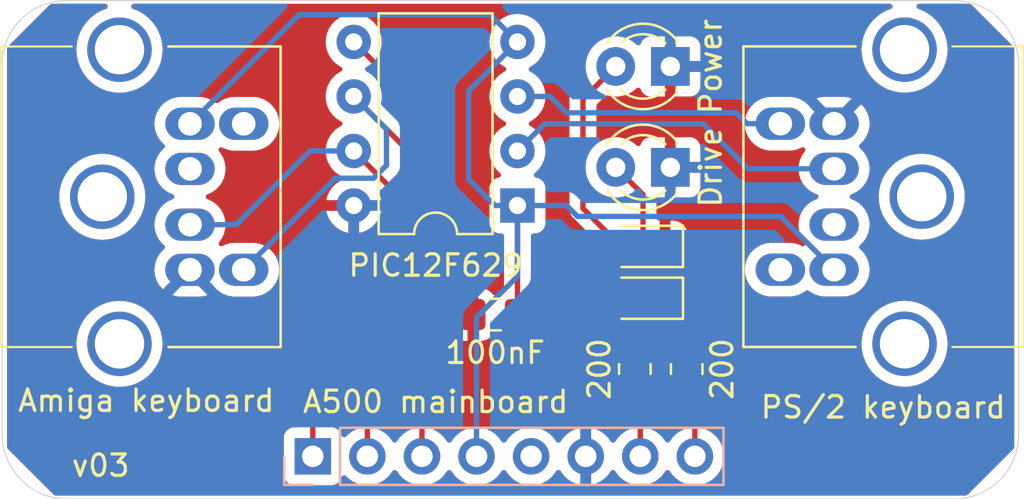
<source format=kicad_pcb>
(kicad_pcb (version 20221018) (generator pcbnew)
  (layers (0 "F.Cu" signal) (31 "B.Cu" signal) (34 "B.Paste" user) (35 "F.Paste" user) (36 "B.SilkS" user "B.Silkscreen") (37 "F.SilkS" user "F.Silkscreen") (38 "B.Mask" user) (39 "F.Mask" user) (44 "Edge.Cuts" user))
  (net 0 "")
  (net 1 "GND")
  (net 2 "Net-(D1-A)")
  (net 3 "Net-(D2-A)")
  (net 4 "amigadat")
  (net 5 "amigaclock")
  (net 6 "kdat")
  (net 8 "led_power")
  (net 9 "led_floppy")
  (net 10 "VCC")
  (net 11 "kclock")
  (net 12 "reset")
  (footprint "own:Mini-DIN-6_PS2-Keyboard-Socket_Connfly_DS1093-01-PN60" (layer "F.Cu") (at 119.38 93.0656 -90)
    (fp_text reference "J11")
    (fp_text value "Amiga keyboard" (at 9.496 2.032) (layer "F.SilkS"))
    (fp_line (start -7 -4.22) (end -7 1) (stroke (width 0.12)) (layer "F.SilkS"))
    (fp_line (start -7 8.78) (end -7 5.5) (stroke (width 0.1)) (layer "F.SilkS"))
    (fp_line (start -7 8.78) (end 7 8.78) (stroke (width 0.12)) (layer "F.SilkS"))
    (fp_line (start 7 -4.22) (end -7 -4.22) (stroke (width 0.12)) (layer "F.SilkS"))
    (fp_line (start 7 1) (end 7 -4.22) (stroke (width 0.12)) (layer "F.SilkS"))
    (fp_line (start 7 8.78) (end 7 5.5) (stroke (width 0.1)) (layer "F.SilkS"))
    (pad "" thru_hole circle (at -6.85 3.28 270) (size 3 3) (drill 2.3) (layers "*.Cu" "*.Mask"))
    (pad "" thru_hole circle (at 0 4.08 270) (size 3 3) (drill 2.3) (layers "*.Cu" "*.Mask"))
    (pad "" thru_hole circle (at 6.85 3.28 270) (size 3 3) (drill 2.3) (layers "*.Cu" "*.Mask"))
    (pad "1" thru_hole oval (at 1.3 0 270) (size 1.5 2.3) (drill 1.1) (layers "*.Cu" "*.Mask") (net 4 "amigadat"))
    (pad "2" thru_hole oval (at -1.3 0 270) (size 1.5 2.3) (drill 1.1) (layers "*.Cu" "*.Mask"))
    (pad "3" thru_hole oval (at 3.4 0 270) (size 1.5 2.3) (drill 1.1) (layers "*.Cu" "*.Mask") (net 1 "GND"))
    (pad "4" thru_hole oval (at -3.4 0 270) (size 1.5 2.3) (drill 1.1) (layers "*.Cu" "*.Mask") (net 10 "VCC"))
    (pad "5" thru_hole oval (at 3.4 -2.5 270) (size 1.5 2.3) (drill 1.1) (layers "*.Cu" "*.Mask") (net 5 "amigaclock"))
    (pad "6" thru_hole oval (at -3.4 -2.5 270) (size 1.5 2.3) (drill 1.1) (layers "*.Cu" "*.Mask"))
  )
  (footprint "LED_THT:LED_D3.0mm" (layer "F.Cu") (at 141.732 91.694 180)
    (fp_text reference "D4")
    (fp_text value "Drive" (at -1.8773 0 90) (layer "F.SilkS"))
    (fp_line (start -0.29 -1.236) (end -0.29 -1.08) (stroke (width 0.12)) (layer "F.SilkS"))
    (fp_line (start -0.29 1.08) (end -0.29 1.236) (stroke (width 0.12)) (layer "F.SilkS"))
    (fp_arc (start -0.29 -1.235516) (mid 1.366487 -1.987659) (end 2.942335 -1.078608) (stroke (width 0.12)) (layer "F.SilkS"))
    (fp_arc (start 0.229039 -1.08) (mid 1.270117 -1.5) (end 2.31113 -1.079837) (stroke (width 0.12)) (layer "F.SilkS"))
    (fp_arc (start 2.31113 1.079837) (mid 1.270117 1.5) (end 0.229039 1.08) (stroke (width 0.12)) (layer "F.SilkS"))
    (fp_arc (start 2.942335 1.078608) (mid 1.366487 1.987659) (end -0.29 1.235516) (stroke (width 0.12)) (layer "F.SilkS"))
    (pad "1" thru_hole rect (at 0 0 180) (size 1.8 1.8) (drill 0.9) (layers "*.Cu" "*.Mask") (net 1 "GND"))
    (pad "2" thru_hole circle (at 2.54 0 180) (size 1.8 1.8) (drill 0.9) (layers "*.Cu" "*.Mask") (net 3 "Net-(D2-A)"))
  )
  (footprint "Resistor_SMD:R_0805_2012Metric_Pad1.20x1.40mm_HandSolder" (layer "F.Cu") (at 142.494 101.092 90)
    (fp_text reference "R2")
    (fp_text value "200" (at 0 1.651 90) (layer "F.SilkS"))
    (fp_line (start -0.227064 -0.735) (end 0.227064 -0.735) (stroke (width 0.12)) (layer "F.SilkS"))
    (fp_line (start -0.227064 0.735) (end 0.227064 0.735) (stroke (width 0.12)) (layer "F.SilkS"))
    (pad "1" smd roundrect (at -1 0 90) (size 1.2 1.4) (layers "F.Cu" "F.Paste" "F.Mask") (roundrect_rratio 0.208333) (net 9 "led_floppy"))
    (pad "2" smd roundrect (at 1 0 90) (size 1.2 1.4) (layers "F.Cu" "F.Paste" "F.Mask") (roundrect_rratio 0.208333) (net 3 "Net-(D2-A)"))
  )
  (footprint "LED_SMD:LED_0805_2012Metric_Pad1.15x1.40mm_HandSolder" (layer "F.Cu") (at 140.462 97.79 180)
    (fp_text reference "D2")
    (fp_text value "Drive 0805")
    (fp_line (start -1.86 -0.96) (end -1.86 0.96) (stroke (width 0.12)) (layer "F.SilkS"))
    (fp_line (start -1.86 0.96) (end 1 0.96) (stroke (width 0.12)) (layer "F.SilkS"))
    (fp_line (start 1 -0.96) (end -1.86 -0.96) (stroke (width 0.12)) (layer "F.SilkS"))
    (pad "1" smd roundrect (at -1.025 0 180) (size 1.15 1.4) (layers "F.Cu" "F.Paste" "F.Mask") (roundrect_rratio 0.217391) (net 1 "GND"))
    (pad "2" smd roundrect (at 1.025 0 180) (size 1.15 1.4) (layers "F.Cu" "F.Paste" "F.Mask") (roundrect_rratio 0.217391) (net 3 "Net-(D2-A)"))
  )
  (footprint "Package_DIP:DIP-8_W7.62mm" (layer "F.Cu") (at 134.62 93.472 180)
    (fp_text reference "U1")
    (fp_text value "PIC12F629" (at 3.81 -2.794) (layer "F.SilkS"))
    (fp_line (start 1.16 -1.33) (end 1.16 8.95) (stroke (width 0.12)) (layer "F.SilkS"))
    (fp_line (start 1.16 8.95) (end 6.46 8.95) (stroke (width 0.12)) (layer "F.SilkS"))
    (fp_line (start 2.81 -1.33) (end 1.16 -1.33) (stroke (width 0.12)) (layer "F.SilkS"))
    (fp_line (start 6.46 -1.33) (end 4.81 -1.33) (stroke (width 0.12)) (layer "F.SilkS"))
    (fp_line (start 6.46 8.95) (end 6.46 -1.33) (stroke (width 0.12)) (layer "F.SilkS"))
    (fp_arc (start 4.81 -1.33) (mid 3.81 -0.33) (end 2.81 -1.33) (stroke (width 0.12)) (layer "F.SilkS"))
    (pad "1" thru_hole rect (at 0 0 180) (size 1.6 1.6) (drill 0.8) (layers "*.Cu" "*.Mask") (net 10 "VCC"))
    (pad "2" thru_hole oval (at 0 2.54 180) (size 1.6 1.6) (drill 0.8) (layers "*.Cu" "*.Mask") (net 6 "kdat"))
    (pad "3" thru_hole oval (at 0 5.08 180) (size 1.6 1.6) (drill 0.8) (layers "*.Cu" "*.Mask") (net 11 "kclock"))
    (pad "4" thru_hole oval (at 0 7.62 180) (size 1.6 1.6) (drill 0.8) (layers "*.Cu" "*.Mask") (net 10 "VCC"))
    (pad "5" thru_hole oval (at 7.62 7.62 180) (size 1.6 1.6) (drill 0.8) (layers "*.Cu" "*.Mask") (net 12 "reset"))
    (pad "6" thru_hole oval (at 7.62 5.08 180) (size 1.6 1.6) (drill 0.8) (layers "*.Cu" "*.Mask") (net 5 "amigaclock"))
    (pad "7" thru_hole oval (at 7.62 2.54 180) (size 1.6 1.6) (drill 0.8) (layers "*.Cu" "*.Mask") (net 4 "amigadat"))
    (pad "8" thru_hole oval (at 7.62 0 180) (size 1.6 1.6) (drill 0.8) (layers "*.Cu" "*.Mask") (net 1 "GND"))
  )
  (footprint "LED_SMD:LED_0805_2012Metric_Pad1.15x1.40mm_HandSolder" (layer "F.Cu") (at 140.462 95.377 180)
    (fp_text reference "D1")
    (fp_text value "Power 0805")
    (fp_line (start -1.86 -0.96) (end -1.86 0.96) (stroke (width 0.12)) (layer "F.SilkS"))
    (fp_line (start -1.86 0.96) (end 1 0.96) (stroke (width 0.12)) (layer "F.SilkS"))
    (fp_line (start 1 -0.96) (end -1.86 -0.96) (stroke (width 0.12)) (layer "F.SilkS"))
    (pad "1" smd roundrect (at -1.025 0 180) (size 1.15 1.4) (layers "F.Cu" "F.Paste" "F.Mask") (roundrect_rratio 0.217391) (net 1 "GND"))
    (pad "2" smd roundrect (at 1.025 0 180) (size 1.15 1.4) (layers "F.Cu" "F.Paste" "F.Mask") (roundrect_rratio 0.217391) (net 2 "Net-(D1-A)"))
  )
  (footprint "own:Mini-DIN-6_PS2-Keyboard-Socket_Connfly_DS1093-01-PN60" (layer "F.Cu") (at 149.352 93.062 90)
    (fp_text reference "J2")
    (fp_text value "PS/2 keyboard" (at -9.808 2.286 180) (layer "F.SilkS"))
    (fp_line (start -7 -4.22) (end -7 1) (stroke (width 0.12)) (layer "F.SilkS"))
    (fp_line (start -7 8.78) (end -7 5.5) (stroke (width 0.1)) (layer "F.SilkS"))
    (fp_line (start -7 8.78) (end 7 8.78) (stroke (width 0.12)) (layer "F.SilkS"))
    (fp_line (start 7 -4.22) (end -7 -4.22) (stroke (width 0.12)) (layer "F.SilkS"))
    (fp_line (start 7 1) (end 7 -4.22) (stroke (width 0.12)) (layer "F.SilkS"))
    (fp_line (start 7 8.78) (end 7 5.5) (stroke (width 0.1)) (layer "F.SilkS"))
    (pad "" thru_hole circle (at -6.85 3.28 90) (size 3 3) (drill 2.3) (layers "*.Cu" "*.Mask"))
    (pad "" thru_hole circle (at 0 4.08 90) (size 3 3) (drill 2.3) (layers "*.Cu" "*.Mask"))
    (pad "" thru_hole circle (at 6.85 3.28 90) (size 3 3) (drill 2.3) (layers "*.Cu" "*.Mask"))
    (pad "1" thru_hole oval (at 1.3 0 90) (size 1.5 2.3) (drill 1.1) (layers "*.Cu" "*.Mask") (net 6 "kdat"))
    (pad "2" thru_hole oval (at -1.3 0 90) (size 1.5 2.3) (drill 1.1) (layers "*.Cu" "*.Mask"))
    (pad "3" thru_hole oval (at 3.4 0 90) (size 1.5 2.3) (drill 1.1) (layers "*.Cu" "*.Mask") (net 1 "GND"))
    (pad "4" thru_hole oval (at -3.4 0 90) (size 1.5 2.3) (drill 1.1) (layers "*.Cu" "*.Mask") (net 10 "VCC"))
    (pad "5" thru_hole oval (at 3.4 -2.5 90) (size 1.5 2.3) (drill 1.1) (layers "*.Cu" "*.Mask") (net 11 "kclock"))
    (pad "6" thru_hole oval (at -3.4 -2.5 90) (size 1.5 2.3) (drill 1.1) (layers "*.Cu" "*.Mask"))
  )
  (footprint "LED_THT:LED_D3.0mm" (layer "F.Cu") (at 141.732 86.995 180)
    (fp_text reference "D3")
    (fp_text value "Power" (at -1.8723 0 90) (layer "F.SilkS"))
    (fp_line (start -0.29 -1.236) (end -0.29 -1.08) (stroke (width 0.12)) (layer "F.SilkS"))
    (fp_line (start -0.29 1.08) (end -0.29 1.236) (stroke (width 0.12)) (layer "F.SilkS"))
    (fp_arc (start -0.29 -1.235516) (mid 1.366487 -1.987659) (end 2.942335 -1.078608) (stroke (width 0.12)) (layer "F.SilkS"))
    (fp_arc (start 0.229039 -1.08) (mid 1.270117 -1.5) (end 2.31113 -1.079837) (stroke (width 0.12)) (layer "F.SilkS"))
    (fp_arc (start 2.31113 1.079837) (mid 1.270117 1.5) (end 0.229039 1.08) (stroke (width 0.12)) (layer "F.SilkS"))
    (fp_arc (start 2.942335 1.078608) (mid 1.366487 1.987659) (end -0.29 1.235516) (stroke (width 0.12)) (layer "F.SilkS"))
    (pad "1" thru_hole rect (at 0 0 180) (size 1.8 1.8) (drill 0.9) (layers "*.Cu" "*.Mask") (net 1 "GND"))
    (pad "2" thru_hole circle (at 2.54 0 180) (size 1.8 1.8) (drill 0.9) (layers "*.Cu" "*.Mask") (net 2 "Net-(D1-A)"))
  )
  (footprint "Capacitor_SMD:C_0805_2012Metric_Pad1.18x1.45mm_HandSolder" (layer "F.Cu") (at 133.5825 98.552 180)
    (fp_text reference "C1")
    (fp_text value "100nF" (at 0 -1.778 180) (layer "F.SilkS"))
    (fp_line (start -0.261252 -0.735) (end 0.261252 -0.735) (stroke (width 0.12)) (layer "F.SilkS"))
    (fp_line (start -0.261252 0.735) (end 0.261252 0.735) (stroke (width 0.12)) (layer "F.SilkS"))
    (pad "1" smd roundrect (at -1.0375 0 180) (size 1.175 1.45) (layers "F.Cu" "F.Paste" "F.Mask") (roundrect_rratio 0.212766) (net 10 "VCC"))
    (pad "2" smd roundrect (at 1.0375 0 180) (size 1.175 1.45) (layers "F.Cu" "F.Paste" "F.Mask") (roundrect_rratio 0.212766) (net 1 "GND"))
  )
  (footprint "Resistor_SMD:R_0805_2012Metric_Pad1.20x1.40mm_HandSolder" (layer "F.Cu") (at 140.081 101.0901 90)
    (fp_text reference "R1")
    (fp_text value "200" (at -0.0019 -1.651 90) (layer "F.SilkS"))
    (fp_line (start -0.227064 -0.735) (end 0.227064 -0.735) (stroke (width 0.12)) (layer "F.SilkS"))
    (fp_line (start -0.227064 0.735) (end 0.227064 0.735) (stroke (width 0.12)) (layer "F.SilkS"))
    (pad "1" smd roundrect (at -1 0 90) (size 1.2 1.4) (layers "F.Cu" "F.Paste" "F.Mask") (roundrect_rratio 0.208333) (net 8 "led_power"))
    (pad "2" smd roundrect (at 1 0 90) (size 1.2 1.4) (layers "F.Cu" "F.Paste" "F.Mask") (roundrect_rratio 0.208333) (net 2 "Net-(D1-A)"))
  )
  (footprint "Connector_PinSocket_2.54mm:PinSocket_1x08_P2.54mm_Vertical" (layer "B.Cu") (at 125.095 105.156 -90)
    (fp_text reference "J12")
    (fp_text value "A500 mainboard" (at -2.54 -5.715) (layer "F.SilkS"))
    (fp_line (start -1.33 -19.11) (end 1.33 -19.11) (stroke (width 0.12)) (layer "B.SilkS"))
    (fp_line (start -1.33 -1.27) (end -1.33 -19.11) (stroke (width 0.12)) (layer "B.SilkS"))
    (fp_line (start -1.33 -1.27) (end 1.33 -1.27) (stroke (width 0.12)) (layer "B.SilkS"))
    (fp_line (start 0 1.33) (end 1.33 1.33) (stroke (width 0.12)) (layer "B.SilkS"))
    (fp_line (start 1.33 -1.27) (end 1.33 -19.11) (stroke (width 0.12)) (layer "B.SilkS"))
    (fp_line (start 1.33 1.33) (end 1.33 0) (stroke (width 0.12)) (layer "B.SilkS"))
    (pad "1" thru_hole rect (at 0 0 270) (size 1.7 1.7) (drill 1) (layers "*.Cu" "*.Mask") (net 4 "amigadat"))
    (pad "2" thru_hole oval (at 0 -2.54 270) (size 1.7 1.7) (drill 1) (layers "*.Cu" "*.Mask") (net 5 "amigaclock"))
    (pad "3" thru_hole oval (at 0 -5.08 270) (size 1.7 1.7) (drill 1) (layers "*.Cu" "*.Mask") (net 12 "reset"))
    (pad "4" thru_hole oval (at 0 -7.62 270) (size 1.7 1.7) (drill 1) (layers "*.Cu" "*.Mask") (net 10 "VCC"))
    (pad "5" thru_hole oval (at 0 -10.16 270) (size 1.7 1.7) (drill 1) (layers "*.Cu" "*.Mask"))
    (pad "6" thru_hole oval (at 0 -12.7 270) (size 1.7 1.7) (drill 1) (layers "*.Cu" "*.Mask") (net 1 "GND"))
    (pad "7" thru_hole oval (at 0 -15.24 270) (size 1.7 1.7) (drill 1) (layers "*.Cu" "*.Mask") (net 8 "led_power"))
    (pad "8" thru_hole oval (at 0 -17.78 270) (size 1.7 1.7) (drill 1) (layers "*.Cu" "*.Mask") (net 9 "led_floppy"))
  )
  (gr_line (start 113.662199 107.14) (end 154.94 107.14) (stroke (width 0.05)) (layer "Edge.Cuts"))
  (gr_arc (start 110.6396 86.9244) (mid 111.51828 84.80308) (end 113.6396 83.9244) (stroke (width 0.05)) (layer "Edge.Cuts"))
  (gr_line (start 157.94 104.14) (end 157.94 86.9188) (stroke (width 0.05)) (layer "Edge.Cuts"))
  (gr_arc (start 154.94 83.9244) (mid 157.06132 84.80308) (end 157.94 86.9244) (stroke (width 0.05)) (layer "Edge.Cuts"))
  (gr_line (start 154.94 83.9244) (end 113.6396 83.9244) (stroke (width 0.05)) (layer "Edge.Cuts"))
  (gr_arc (start 157.94 104.14) (mid 157.06132 106.26132) (end 154.94 107.14) (stroke (width 0.05)) (layer "Edge.Cuts"))
  (gr_line (start 110.6396 86.9188) (end 110.6396 104.1174) (stroke (width 0.05)) (layer "Edge.Cuts"))
  (gr_arc (start 113.662199 107.14) (mid 111.524899 106.254701) (end 110.6396 104.1174) (stroke (width 0.05)) (layer "Edge.Cuts"))
  (gr_text "v03" (at 113.792 106.172) (layer "F.SilkS") (effects (font (size 1 1)) (justify left bottom)))
  (segment (start 137.668 88.519) (end 139.192 86.995) (width 0.25) (layer "F.Cu") (net 2))
  (segment (start 138.176 98.552) (end 139.7141 100.0901) (width 0.25) (layer "F.Cu") (net 2))
  (segment (start 139.437 95.377) (end 137.668 93.608) (width 0.25) (layer "F.Cu") (net 2))
  (segment (start 137.668 93.608) (end 137.668 88.519) (width 0.25) (layer "F.Cu") (net 2))
  (segment (start 139.7141 100.0901) (end 140.081 100.0901) (width 0.25) (layer "F.Cu") (net 2))
  (segment (start 138.176 96.638) (end 138.176 98.552) (width 0.25) (layer "F.Cu") (net 2))
  (segment (start 139.437 95.377) (end 138.176 96.638) (width 0.25) (layer "F.Cu") (net 2))
  (segment (start 140.462 96.765) (end 140.462 92.964) (width 0.25) (layer "F.Cu") (net 3))
  (segment (start 139.437 97.79) (end 139.6955 97.79) (width 0.25) (layer "F.Cu") (net 3))
  (segment (start 141.462 99.06) (end 142.494 100.092) (width 0.25) (layer "F.Cu") (net 3))
  (segment (start 140.462 92.964) (end 139.192 91.694) (width 0.25) (layer "F.Cu") (net 3))
  (segment (start 139.6955 97.79) (end 140.9655 99.06) (width 0.25) (layer "F.Cu") (net 3))
  (segment (start 140.9655 99.06) (end 141.462 99.06) (width 0.25) (layer "F.Cu") (net 3))
  (segment (start 139.437 97.79) (end 140.462 96.765) (width 0.25) (layer "F.Cu") (net 3))
  (segment (start 128.651 99.3775) (end 128.651 92.583) (width 0.25) (layer "F.Cu") (net 4))
  (segment (start 128.651 92.583) (end 127 90.932) (width 0.25) (layer "F.Cu") (net 4))
  (segment (start 125.095 102.9335) (end 128.651 99.3775) (width 0.25) (layer "F.Cu") (net 4))
  (segment (start 125.095 105.156) (end 125.095 102.9335) (width 0.25) (layer "F.Cu") (net 4))
  (segment (start 119.38 94.3656) (end 121.5344 94.3656) (width 0.25) (layer "B.Cu") (net 4))
  (segment (start 124.968 90.932) (end 127 90.932) (width 0.25) (layer "B.Cu") (net 4))
  (segment (start 121.5344 94.3656) (end 124.968 90.932) (width 0.25) (layer "B.Cu") (net 4))
  (segment (start 129.413 90.805) (end 127 88.392) (width 0.25) (layer "F.Cu") (net 5))
  (segment (start 129.413 101.092) (end 129.413 90.805) (width 0.25) (layer "F.Cu") (net 5))
  (segment (start 127.635 105.156) (end 127.635 102.87) (width 0.25) (layer "F.Cu") (net 5))
  (segment (start 127.635 102.87) (end 129.413 101.092) (width 0.25) (layer "F.Cu") (net 5))
  (segment (start 128.524 89.916) (end 127 88.392) (width 0.25) (layer "B.Cu") (net 5))
  (segment (start 128.524 91.600495) (end 128.524 89.916) (width 0.25) (layer "B.Cu") (net 5))
  (segment (start 127.922495 92.202) (end 128.524 91.600495) (width 0.25) (layer "B.Cu") (net 5))
  (segment (start 126.1436 92.202) (end 127.922495 92.202) (width 0.25) (layer "B.Cu") (net 5))
  (segment (start 121.88 96.4656) (end 126.1436 92.202) (width 0.25) (layer "B.Cu") (net 5))
  (segment (start 134.62 90.932) (end 135.89 89.662) (width 0.25) (layer "B.Cu") (net 6))
  (segment (start 145.356 91.762) (end 149.352 91.762) (width 0.25) (layer "B.Cu") (net 6))
  (segment (start 135.89 89.662) (end 143.256 89.662) (width 0.25) (layer "B.Cu") (net 6))
  (segment (start 143.256 89.662) (end 145.356 91.762) (width 0.25) (layer "B.Cu") (net 6))
  (segment (start 140.081 102.0901) (end 140.081 103.378) (width 0.25) (layer "F.Cu") (net 8))
  (segment (start 140.335 103.632) (end 140.335 105.156) (width 0.25) (layer "F.Cu") (net 8))
  (segment (start 140.081 103.378) (end 140.335 103.632) (width 0.25) (layer "F.Cu") (net 8))
  (segment (start 142.494 102.092) (end 142.494 103.3145) (width 0.25) (layer "F.Cu") (net 9))
  (segment (start 142.875 103.6955) (end 142.875 105.156) (width 0.25) (layer "F.Cu") (net 9))
  (segment (start 142.494 103.3145) (end 142.875 103.6955) (width 0.25) (layer "F.Cu") (net 9))
  (segment (start 134.62 93.472) (end 134.62 98.552) (width 0.25) (layer "F.Cu") (net 10))
  (segment (start 119.38 89.6656) (end 124.4636 84.582) (width 0.25) (layer "B.Cu") (net 10))
  (segment (start 137.414 93.98) (end 146.87 93.98) (width 0.25) (layer "B.Cu") (net 10))
  (segment (start 136.906 93.472) (end 137.414 93.98) (width 0.25) (layer "B.Cu") (net 10))
  (segment (start 132.344 92.246) (end 133.57 93.472) (width 0.25) (layer "B.Cu") (net 10))
  (segment (start 134.62 85.852) (end 132.344 88.128) (width 0.25) (layer "B.Cu") (net 10))
  (segment (start 133.57 93.472) (end 134.62 93.472) (width 0.25) (layer "B.Cu") (net 10))
  (segment (start 124.4636 84.582) (end 133.35 84.582) (width 0.25) (layer "B.Cu") (net 10))
  (segment (start 134.62 93.472) (end 136.906 93.472) (width 0.25) (layer "B.Cu") (net 10))
  (segment (start 133.35 84.582) (end 134.62 85.852) (width 0.25) (layer "B.Cu") (net 10))
  (segment (start 134.62 93.472) (end 134.62 96.774) (width 0.25) (layer "B.Cu") (net 10))
  (segment (start 134.62 96.774) (end 132.715 98.679) (width 0.25) (layer "B.Cu") (net 10))
  (segment (start 146.87 93.98) (end 149.352 96.462) (width 0.25) (layer "B.Cu") (net 10))
  (segment (start 132.344 88.128) (end 132.344 92.246) (width 0.25) (layer "B.Cu") (net 10))
  (segment (start 132.715 98.679) (end 132.715 105.156) (width 0.25) (layer "B.Cu") (net 10))
  (segment (start 145.308 89.662) (end 146.852 89.662) (width 0.25) (layer "B.Cu") (net 11))
  (segment (start 144.8 89.154) (end 145.308 89.662) (width 0.25) (layer "B.Cu") (net 11))
  (segment (start 136.144 88.392) (end 136.906 89.154) (width 0.25) (layer "B.Cu") (net 11))
  (segment (start 136.906 89.154) (end 144.8 89.154) (width 0.25) (layer "B.Cu") (net 11))
  (segment (start 134.62 88.392) (end 136.144 88.392) (width 0.25) (layer "B.Cu") (net 11))
  (segment (start 130.175 89.027) (end 130.175 105.156) (width 0.25) (layer "F.Cu") (net 12))
  (segment (start 127 85.852) (end 130.175 89.027) (width 0.25) (layer "F.Cu") (net 12))
  (zone (net 1) (net_name "GND") (layers "F&B.Cu") (connect_pads (clearance 0.5)) (min_thickness 0.25) (fill yes (thermal_gap 0.5) (thermal_bridge_width 0.5))
    (polygon (pts (xy 110.871 86.106) (xy 110.871 104.775) (xy 113.0808 106.9848) (xy 155.5242 106.9848) (xy 157.734 104.775) (xy 157.734 86.106) (xy 155.702 84.074) (xy 112.903 84.074)))
  )
)
</source>
